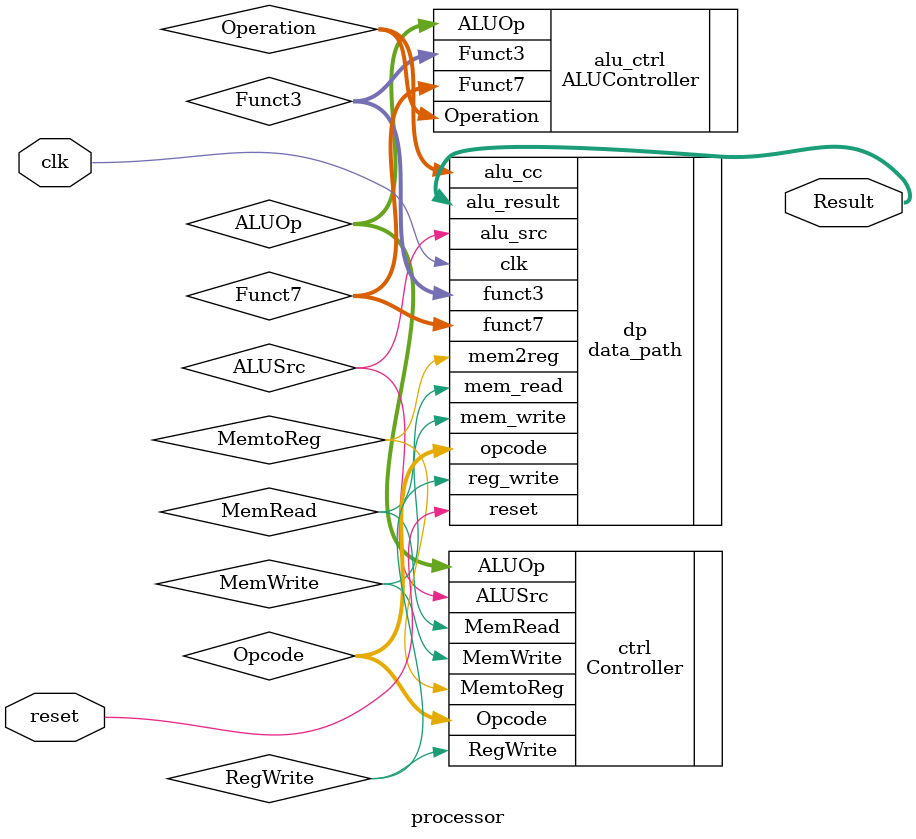
<source format=v>
`timescale 1ns / 1ps

module processor (
  input         clk, reset, 
  output [31:0] Result
  );
  
  // --- connection wires ---
  
  wire [6:0] Opcode;     // dp to ctrl
  wire [1:0] ALUOp;      // ctrl to ALUctrl
  wire [6:0] Funct7;     // dp to ALUctrl
  wire [2:0] Funct3;     // dp to ALUctrl
  wire [3:0] Operation;  // ALUctrl to dp
  // ctrl to dp
  wire ALUSrc, MemtoReg, RegWrite, MemRead, MemWrite;
  
  // --- structure ---
  
  data_path dp (
    .clk         (clk),        // in ext
    .reset       (reset),   
    .reg_write   (RegWrite),   // in from ctrl
    .mem2reg     (MemtoReg),
    .alu_src     (ALUSrc), 
    .mem_write   (MemWrite), 
    .mem_read    (MemRead),   
    .alu_cc      (Operation),  // in from ALUctrl
    .opcode      (Opcode),     // out to ctrl
    .funct7      (Funct7),     // out to ALUctrl
    .funct3      (Funct3),
    .alu_result  (Result)      // out ext
  );
  
  Controller ctrl (
    .Opcode      (Opcode),     // in from dp
    .ALUSrc      (ALUSrc),     // out to dp
    .MemtoReg    (MemtoReg),   
    .RegWrite    (RegWrite),
    .MemRead     (MemRead),
    .MemWrite    (MemWrite),
    .ALUOp       (ALUOp)       // out to ALUctrl
  );
  
  ALUController alu_ctrl (
    .ALUOp       (ALUOp),      // in from ctrl
    .Funct7      (Funct7),     // in from dp
    .Funct3      (Funct3),
    .Operation   (Operation)   // out to dp
  );

endmodule // processor

</source>
